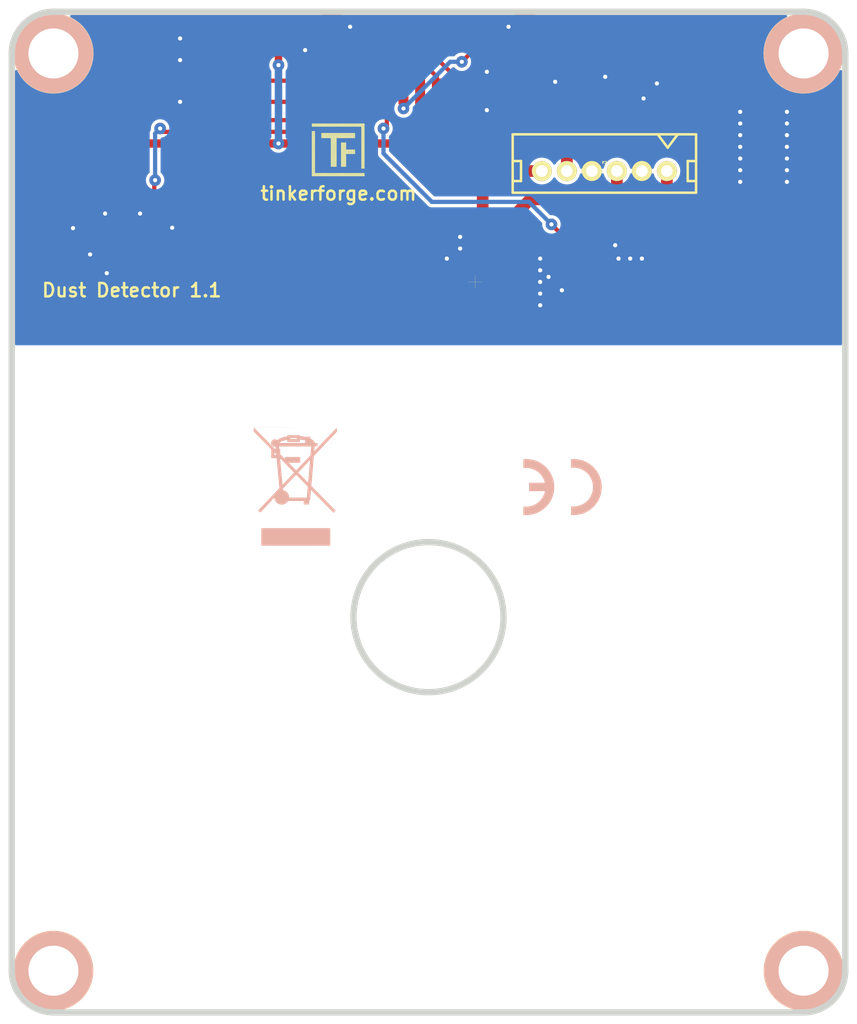
<source format=kicad_pcb>
(kicad_pcb (version 20221018) (generator pcbnew)
  (title_block (title "Dust Detector Bricklet") (date "2016-03-04") (rev "1.1") (company "Tinkerforfge GmbH") (comment 1 "Licensed under CERN OHL v.1.1") (comment 2 "Copyright (©) 2016, B.Nordmeyer <bastian@tinkerforge.com>"))
  (layers (0 "F.Cu" signal) (31 "B.Cu" signal) (34 "B.Paste" user) (35 "F.Paste" user) (36 "B.SilkS" user "B.Silkscreen") (37 "F.SilkS" user "F.Silkscreen") (38 "B.Mask" user) (39 "F.Mask" user) (44 "Edge.Cuts" user))
  (net 0 "")
  (net 1 "+5V")
  (net 2 "3V3")
  (net 3 "EN")
  (net 4 "GND")
  (net 5 "Net-(L1-Pad2)")
  (net 6 "Net-(P1-Pad4)")
  (net 7 "Net-(P1-Pad5)")
  (net 8 "Net-(P1-Pad6)")
  (net 9 "Net-(P1-Pad7)")
  (net 10 "Net-(R2-Pad1)")
  (net 11 "Net-(C6-Pad2)")
  (net 12 "Net-(C8-Pad2)")
  (net 13 "Net-(P1-Pad8)")
  (net 14 "Net-(R3-Pad2)")
  (net 15 "Net-(P2-Pad3)")
  (net 16 "Net-(P2-Pad5)")
  (net 17 "Net-(P1-Pad1)")
  (net 18 "Net-(P1-Pad10)")
  (net 19 "Net-(U1-Pad7)")
  (footprint "kicad-libraries:3528-21" (layer "F.Cu") (at 148.1 79.3)
    (fp_text reference "C7")
    (fp_text value "100µF")
    (pad "1" smd rect (at -1.40048 0) (size 1.59954 2.79908) (layers "F.Cu" "F.Paste" "F.Mask") (net 11 "Net-(C6-Pad2)") (clearance 0.14986))
    (pad "2" smd rect (at 1.40048 0) (size 1.59954 2.79908) (layers "F.Cu" "F.Paste" "F.Mask") (net 4 "GND") (clearance 0.14986))
  )
  (footprint "kicad-libraries:ELKO_63" (layer "F.Cu") (at 163.95 74.15 -90)
    (fp_text reference "C9")
    (fp_text value "220µF/35V")
    (pad "1" smd rect (at 2.7 0 270) (size 3.5 1.6) (layers "F.Cu" "F.Paste" "F.Mask") (net 12 "Net-(C8-Pad2)"))
    (pad "2" smd rect (at -2.7 0 270) (size 3.5 1.6) (layers "F.Cu" "F.Paste" "F.Mask") (net 4 "GND"))
  )
  (footprint "kicad-libraries:CON-SENSOR" (layer "F.Cu") (at 143.9 63.1 180)
    (fp_text reference "P1")
    (fp_text value "CON-SENSOR")
    (pad "1" smd rect (at -4.50088 -4.7752 180) (size 0.59944 1.5494) (layers "F.Cu" "F.Paste" "F.Mask") (net 17 "Net-(P1-Pad1)"))
    (pad "2" smd rect (at -3.50012 -4.7752 180) (size 0.59944 1.5494) (layers "F.Cu" "F.Paste" "F.Mask") (net 4 "GND"))
    (pad "3" smd rect (at -2.49936 -4.7752 180) (size 0.59944 1.5494) (layers "F.Cu" "F.Paste" "F.Mask") (net 2 "3V3"))
    (pad "4" smd rect (at -1.50114 -4.7752 180) (size 0.59944 1.5494) (layers "F.Cu" "F.Paste" "F.Mask") (net 6 "Net-(P1-Pad4)"))
    (pad "5" smd rect (at -0.50038 -4.7752 180) (size 0.59944 1.5494) (layers "F.Cu" "F.Paste" "F.Mask") (net 7 "Net-(P1-Pad5)"))
    (pad "6" smd rect (at 0.50038 -4.7752 180) (size 0.59944 1.5494) (layers "F.Cu" "F.Paste" "F.Mask") (net 8 "Net-(P1-Pad6)"))
    (pad "7" smd rect (at 1.50114 -4.7752 180) (size 0.59944 1.5494) (layers "F.Cu" "F.Paste" "F.Mask") (net 9 "Net-(P1-Pad7)"))
    (pad "8" smd rect (at 2.49936 -4.7752 180) (size 0.59944 1.5494) (layers "F.Cu" "F.Paste" "F.Mask") (net 13 "Net-(P1-Pad8)"))
    (pad "9" smd rect (at 3.50012 -4.7752 180) (size 0.59944 1.5494) (layers "F.Cu" "F.Paste" "F.Mask") (net 3 "EN"))
    (pad "10" smd rect (at 4.50088 -4.7752 180) (size 0.59944 1.5494) (layers "F.Cu" "F.Paste" "F.Mask") (net 18 "Net-(P1-Pad10)"))
    (pad "EP" smd rect (at -5.79882 -0.89916 180) (size 1.19888 1.80086) (layers "F.Cu" "F.Paste" "F.Mask") (net 4 "GND"))
    (pad "EP" smd rect (at 5.79882 -0.89916 180) (size 1.19888 1.80086) (layers "F.Cu" "F.Paste" "F.Mask") (net 4 "GND"))
  )
  (footprint "kicad-libraries:B6B-ZR" (layer "F.Cu") (at 154.45 72.65 180)
    (fp_text reference "P2" (at 0 0.5 180) (layer "F.SilkS") (effects (font (size 0.15 0.15) (thickness 0.0375))))
    (fp_text value "CONN_6")
    (pad "1" thru_hole circle (at -3.75 0 180) (size 1.2 1.2) (drill 0.7) (layers "*.Cu" "*.Mask" "F.SilkS") (net 12 "Net-(C8-Pad2)"))
    (pad "2" thru_hole circle (at -2.25 0 180) (size 1.2 1.2) (drill 0.7) (layers "*.Cu" "*.Mask" "F.SilkS") (net 4 "GND"))
    (pad "3" thru_hole circle (at -0.75 0 180) (size 1.2 1.2) (drill 0.7) (layers "*.Cu" "*.Mask" "F.SilkS") (net 15 "Net-(P2-Pad3)"))
    (pad "4" thru_hole circle (at 0.75 0 180) (size 1.2 1.2) (drill 0.7) (layers "*.Cu" "*.Mask" "F.SilkS") (net 4 "GND"))
    (pad "5" thru_hole circle (at 2.25 0 180) (size 1.2 1.2) (drill 0.7) (layers "*.Cu" "*.Mask" "F.SilkS") (net 16 "Net-(P2-Pad5)"))
    (pad "6" thru_hole circle (at 3.75 0 180) (size 1.2 1.2) (drill 0.7) (layers "*.Cu" "*.Mask" "F.SilkS") (net 11 "Net-(C6-Pad2)"))
  )
  (footprint "kicad-libraries:SOT23GDS" (layer "F.Cu") (at 152.9 78.1 90)
    (fp_text reference "Q1")
    (fp_text value "2N7002P")
    (pad "D" smd rect (at 0 1.016 90) (size 0.9144 0.9144) (layers "F.Cu" "F.Paste" "F.Mask") (net 15 "Net-(P2-Pad3)"))
    (pad "G" smd rect (at 0.889 -1.016 90) (size 0.9144 0.9144) (layers "F.Cu" "F.Paste" "F.Mask") (net 13 "Net-(P1-Pad8)"))
    (pad "S" smd rect (at -0.889 -1.016 90) (size 0.9144 0.9144) (layers "F.Cu" "F.Paste" "F.Mask") (net 4 "GND"))
  )
  (footprint "kicad-libraries:SOIC8" (layer "F.Cu") (at 130.5 66.6 -90)
    (fp_text reference "U1")
    (fp_text value "M24C64")
    (pad "1" smd rect (at -1.90246 2.69748 90) (size 0.59944 1.5494) (layers "F.Cu" "F.Paste" "F.Mask") (net 4 "GND"))
    (pad "2" smd rect (at -0.63246 2.69748 90) (size 0.59944 1.5494) (layers "F.Cu" "F.Paste" "F.Mask") (net 4 "GND"))
    (pad "3" smd rect (at 0.63246 2.69748 90) (size 0.59944 1.5494) (layers "F.Cu" "F.Paste" "F.Mask") (net 8 "Net-(P1-Pad6)"))
    (pad "4" smd rect (at 1.90246 2.69748 90) (size 0.59944 1.5494) (layers "F.Cu" "F.Paste" "F.Mask") (net 4 "GND"))
    (pad "5" smd rect (at 1.90246 -2.69748 270) (size 0.59944 1.5494) (layers "F.Cu" "F.Paste" "F.Mask") (net 7 "Net-(P1-Pad5)"))
    (pad "6" smd rect (at 0.63246 -2.69748 270) (size 0.59944 1.5494) (layers "F.Cu" "F.Paste" "F.Mask") (net 6 "Net-(P1-Pad4)"))
    (pad "7" smd rect (at -0.63246 -2.69748 270) (size 0.59944 1.5494) (layers "F.Cu" "F.Paste" "F.Mask") (net 19 "Net-(U1-Pad7)"))
    (pad "8" smd rect (at -1.90246 -2.69748 270) (size 0.59944 1.5494) (layers "F.Cu" "F.Paste" "F.Mask") (net 2 "3V3"))
  )
  (footprint "kicad-libraries:UMLP_22" (layer "F.Cu") (at 125.55 75.2 180)
    (fp_text reference "U2")
    (fp_text value "FAN4860")
    (pad "1" smd rect (at 0.65 -1.05 180) (size 0.25 0.8) (layers "F.Cu" "F.Paste" "F.Mask") (net 4 "GND"))
    (pad "2" smd rect (at 0 -1.05 180) (size 0.25 0.8) (layers "F.Cu" "F.Paste" "F.Mask") (net 1 "+5V"))
    (pad "3" smd rect (at -0.65 -1.05 180) (size 0.25 0.8) (layers "F.Cu" "F.Paste" "F.Mask") (net 1 "+5V"))
    (pad "4" smd rect (at -0.65 1.05 180) (size 0.25 0.8) (layers "F.Cu" "F.Paste" "F.Mask") (net 3 "EN"))
    (pad "5" smd rect (at 0 1.05 180) (size 0.25 0.8) (layers "F.Cu" "F.Paste" "F.Mask") (net 5 "Net-(L1-Pad2)"))
    (pad "6" smd rect (at 0.65 1.05 180) (size 0.25 0.8) (layers "F.Cu" "F.Paste" "F.Mask") (net 2 "3V3"))
    (pad "EP" smd rect (at 0 0 180) (size 1.45 0.8) (layers "F.Cu" "F.Paste" "F.Mask") (net 4 "GND"))
  )
  (footprint "kicad-libraries:SOT23-5" (layer "F.Cu") (at 154.5 66.6)
    (fp_text reference "U3")
    (fp_text value "TLV271")
    (pad "1" smd rect (at -0.94996 1.19888) (size 0.50038 0.8001) (layers "F.Cu" "F.Paste" "F.Mask") (net 9 "Net-(P1-Pad7)"))
    (pad "2" smd rect (at 0 1.19888) (size 0.50038 0.8001) (layers "F.Cu" "F.Paste" "F.Mask") (net 4 "GND"))
    (pad "3" smd rect (at 0.94996 1.19888) (size 0.50038 0.8001) (layers "F.Cu" "F.Paste" "F.Mask") (net 14 "Net-(R3-Pad2)"))
    (pad "4" smd rect (at 0.94996 -1.19888) (size 0.50038 0.8001) (layers "F.Cu" "F.Paste" "F.Mask") (net 10 "Net-(R2-Pad1)"))
    (pad "5" smd rect (at -0.94996 -1.19888) (size 0.50038 0.8001) (layers "F.Cu" "F.Paste" "F.Mask") (net 2 "3V3"))
  )
  (footprint "kicad-libraries:DRILL_NP" (layer "F.Cu") (at 121.4 120.6)
    (fp_text reference "U4" hide)
    (fp_text value "DRILL" hide)
    (pad "" np_thru_hole circle (at 0 0) (size 2.99974 2.99974) (drill 2.99974) (layers "*.Cu" "*.Mask" "F.SilkS") (clearance 0.89916))
  )
  (footprint "kicad-libraries:DRILL_NP" (layer "F.Cu") (at 166.4 65.6)
    (fp_text reference "U5" hide)
    (fp_text value "DRILL" hide)
    (pad "" np_thru_hole circle (at 0 0) (size 2.99974 2.99974) (drill 2.99974) (layers "*.Cu" "*.Mask" "F.SilkS") (clearance 0.89916))
  )
  (footprint "kicad-libraries:DRILL_NP" (layer "F.Cu") (at 166.4 120.6)
    (fp_text reference "U7" hide)
    (fp_text value "DRILL" hide)
    (pad "" np_thru_hole circle (at 0 0) (size 2.99974 2.99974) (drill 2.99974) (layers "*.Cu" "*.Mask" "F.SilkS") (clearance 0.89916))
  )
  (footprint "kicad-libraries:DRILL_NP" (layer "F.Cu") (at 121.4 65.6)
    (fp_text reference "U6" hide)
    (fp_text value "DRILL" hide)
    (pad "" np_thru_hole circle (at 0 0) (size 2.99974 2.99974) (drill 2.99974) (layers "*.Cu" "*.Mask" "F.SilkS") (clearance 0.89916))
  )
  (footprint "kicad-libraries:Logo_31x31" (layer "F.Cu") (at 136.9 69.8)
    (fp_text reference "G***" hide)
    (fp_text value "Logo_31x31" hide)
  )
  (footprint "kicad-libraries:Fiducial_Mark" (layer "F.Cu") (at 121.4 77.6)
    (fp_text reference "Fiducial_Mark" hide)
    (fp_text value "VAL**" hide)
    (pad "1" smd circle (at 0 0) (size 1.00076 1.00076) (layers "F.Cu" "F.Paste" "F.Mask") (clearance 0.65024))
  )
  (footprint "kicad-libraries:Fiducial_Mark" (layer "F.Cu") (at 161.4 65.6)
    (fp_text reference "Fiducial_Mark" hide)
    (fp_text value "VAL**" hide)
    (pad "1" smd circle (at 0 0) (size 1.00076 1.00076) (layers "F.Cu" "F.Paste" "F.Mask") (clearance 0.65024))
  )
  (footprint "kicad-libraries:C0603E" (layer "F.Cu") (at 123.425 75.225 -90)
    (fp_text reference "C1")
    (fp_text value "2.2µF")
    (pad "1" smd rect (at -0.8501 0 270) (size 1.1 1) (layers "F.Cu" "F.Paste" "F.Mask") (net 2 "3V3"))
    (pad "2" smd rect (at 0.8501 0 270) (size 1.1 1) (layers "F.Cu" "F.Paste" "F.Mask") (net 4 "GND"))
  )
  (footprint "kicad-libraries:C0603E" (layer "F.Cu") (at 135.7 64.7 180)
    (fp_text reference "C2")
    (fp_text value "100nF")
    (pad "1" smd rect (at -0.8501 0 180) (size 1.1 1) (layers "F.Cu" "F.Paste" "F.Mask") (net 4 "GND"))
    (pad "2" smd rect (at 0.8501 0 180) (size 1.1 1) (layers "F.Cu" "F.Paste" "F.Mask") (net 2 "3V3"))
  )
  (footprint "kicad-libraries:C0805E" (layer "F.Cu") (at 125.55 77.65 180)
    (fp_text reference "C3")
    (fp_text value "4.7µF")
    (pad "1" smd rect (at -0.95 0 180) (size 1.3 1.5) (layers "F.Cu" "F.Paste" "F.Mask") (net 1 "+5V") (clearance 0.14986))
    (pad "2" smd rect (at 0.95 0 180) (size 1.3 1.5) (layers "F.Cu" "F.Paste" "F.Mask") (net 4 "GND") (clearance 0.14986))
  )
  (footprint "kicad-libraries:C0603E" (layer "F.Cu") (at 152.2 66.6 90)
    (fp_text reference "C4")
    (fp_text value "100nF")
    (pad "1" smd rect (at -0.8501 0 90) (size 1.1 1) (layers "F.Cu" "F.Paste" "F.Mask") (net 4 "GND"))
    (pad "2" smd rect (at 0.8501 0 90) (size 1.1 1) (layers "F.Cu" "F.Paste" "F.Mask") (net 2 "3V3"))
  )
  (footprint "kicad-libraries:C0805E" (layer "F.Cu") (at 144 76.9 180)
    (fp_text reference "C5")
    (fp_text value "4.7µF")
    (pad "1" smd rect (at -0.95 0 180) (size 1.3 1.5) (layers "F.Cu" "F.Paste" "F.Mask") (net 4 "GND") (clearance 0.14986))
    (pad "2" smd rect (at 0.95 0 180) (size 1.3 1.5) (layers "F.Cu" "F.Paste" "F.Mask") (net 1 "+5V") (clearance 0.14986))
  )
  (footprint "kicad-libraries:C0805E" (layer "F.Cu") (at 148.1 76.9 180)
    (fp_text reference "C6")
    (fp_text value "4.7µF")
    (pad "1" smd rect (at -0.95 0 180) (size 1.3 1.5) (layers "F.Cu" "F.Paste" "F.Mask") (net 4 "GND") (clearance 0.14986))
    (pad "2" smd rect (at 0.95 0 180) (size 1.3 1.5) (layers "F.Cu" "F.Paste" "F.Mask") (net 11 "Net-(C6-Pad2)") (clearance 0.14986))
  )
  (footprint "kicad-libraries:C0805E" (layer "F.Cu") (at 157 76.9)
    (fp_text reference "C8")
    (fp_text value "DNP")
    (pad "1" smd rect (at -0.95 0) (size 1.3 1.5) (layers "F.Cu" "F.Paste" "F.Mask") (net 4 "GND") (clearance 0.14986))
    (pad "2" smd rect (at 0.95 0) (size 1.3 1.5) (layers "F.Cu" "F.Paste" "F.Mask") (net 12 "Net-(C8-Pad2)") (clearance 0.14986))
  )
  (footprint "kicad-libraries:C0805E" (layer "F.Cu") (at 125.2 72.5)
    (fp_text reference "L1")
    (fp_text value "1µH")
    (pad "1" smd rect (at -0.95 0) (size 1.3 1.5) (layers "F.Cu" "F.Paste" "F.Mask") (net 2 "3V3") (clearance 0.14986))
    (pad "2" smd rect (at 0.95 0) (size 1.3 1.5) (layers "F.Cu" "F.Paste" "F.Mask") (net 5 "Net-(L1-Pad2)") (clearance 0.14986))
  )
  (footprint "kicad-libraries:C0603E" (layer "F.Cu") (at 143.8 79.3 180)
    (fp_text reference "L2")
    (fp_text value "INDUCT")
    (pad "1" smd rect (at -0.8501 0 180) (size 1.1 1) (layers "F.Cu" "F.Paste" "F.Mask") (net 11 "Net-(C6-Pad2)"))
    (pad "2" smd rect (at 0.8501 0 180) (size 1.1 1) (layers "F.Cu" "F.Paste" "F.Mask") (net 1 "+5V"))
  )
  (footprint "kicad-libraries:R0603E" (layer "F.Cu") (at 127.675 75.2 -90)
    (fp_text reference "R1")
    (fp_text value "10k")
    (pad "1" smd rect (at -0.8501 0 270) (size 1.1 1) (layers "F.Cu" "F.Paste" "F.Mask") (net 3 "EN"))
    (pad "2" smd rect (at 0.8501 0 270) (size 1.1 1) (layers "F.Cu" "F.Paste" "F.Mask") (net 4 "GND"))
  )
  (footprint "kicad-libraries:R0603E" (layer "F.Cu") (at 154.5 64.1 180)
    (fp_text reference "R2")
    (fp_text value "10k")
    (pad "1" smd rect (at -0.8501 0 180) (size 1.1 1) (layers "F.Cu" "F.Paste" "F.Mask") (net 10 "Net-(R2-Pad1)"))
    (pad "2" smd rect (at 0.8501 0 180) (size 1.1 1) (layers "F.Cu" "F.Paste" "F.Mask") (net 9 "Net-(P1-Pad7)"))
  )
  (footprint "kicad-libraries:R0603E" (layer "F.Cu") (at 156 69.1 180)
    (fp_text reference "R3")
    (fp_text value "10k")
    (pad "1" smd rect (at -0.8501 0 180) (size 1.1 1) (layers "F.Cu" "F.Paste" "F.Mask") (net 4 "GND"))
    (pad "2" smd rect (at 0.8501 0 180) (size 1.1 1) (layers "F.Cu" "F.Paste" "F.Mask") (net 14 "Net-(R3-Pad2)"))
  )
  (footprint "kicad-libraries:R0603E" (layer "F.Cu") (at 156.8 66.6 90)
    (fp_text reference "R4")
    (fp_text value "12k")
    (pad "1" smd rect (at -0.8501 0 90) (size 1.1 1) (layers "F.Cu" "F.Paste" "F.Mask") (net 4 "GND"))
    (pad "2" smd rect (at 0.8501 0 90) (size 1.1 1) (layers "F.Cu" "F.Paste" "F.Mask") (net 10 "Net-(R2-Pad1)"))
  )
  (footprint "kicad-libraries:R0603E" (layer "F.Cu") (at 153.1 69.1)
    (fp_text reference "R5")
    (fp_text value "12k")
    (pad "1" smd rect (at -0.8501 0) (size 1.1 1) (layers "F.Cu" "F.Paste" "F.Mask") (net 16 "Net-(P2-Pad5)"))
    (pad "2" smd rect (at 0.8501 0) (size 1.1 1) (layers "F.Cu" "F.Paste" "F.Mask") (net 14 "Net-(R3-Pad2)"))
  )
  (footprint "kicad-libraries:R0805E" (layer "F.Cu") (at 157 79.7 180)
    (fp_text reference "R6")
    (fp_text value "150")
    (pad "1" smd rect (at -0.95 0 180) (size 1.3 1.5) (layers "F.Cu" "F.Paste" "F.Mask") (net 12 "Net-(C8-Pad2)") (clearance 0.14986))
    (pad "2" smd rect (at 0.95 0 180) (size 1.3 1.5) (layers "F.Cu" "F.Paste" "F.Mask") (net 1 "+5V") (clearance 0.14986))
  )
  (footprint "kicad-libraries:GP2Y1010AU0F" (layer "F.Cu") (at 144 99.9)
    (fp_text reference "REF**")
    (fp_text value "GP2Y1010AU0F")
  )
  (footprint "kicad-libraries:WEEE_7mm_back" (layer "B.Cu") (at 135.9 91.6)
    (fp_text reference "VAL" hide)
    (fp_text value "WEEE_7mm_back" hide)
  )
  (footprint "kicad-libraries:CE_5mm" (layer "B.Cu") (at 151.9 91.6 180)
    (fp_text reference "VAL" hide)
    (fp_text value "CE_5mm" hide)
  )
  (gr_arc (start 118.9 65.6) (mid 119.632233 63.832233) (end 121.4 63.1) (stroke (width 0.381)) (layer "Edge.Cuts"))
  (gr_line (start 121.4 63.1) (end 166.4 63.1) (stroke (width 0.381)) (layer "Edge.Cuts"))
  (gr_arc (start 166.4 63.1) (mid 168.167767 63.832233) (end 168.9 65.6) (stroke (width 0.381)) (layer "Edge.Cuts"))
  (gr_line (start 168.9 65.6) (end 168.9 120.6) (stroke (width 0.381)) (layer "Edge.Cuts"))
  (gr_line (start 118.9 65.6) (end 118.9 120.6) (stroke (width 0.381)) (layer "Edge.Cuts"))
  (gr_arc (start 121.4 123.1) (mid 119.632233 122.367767) (end 118.9 120.6) (stroke (width 0.381)) (layer "Edge.Cuts"))
  (gr_arc (start 168.9 120.6) (mid 168.167767 122.367767) (end 166.4 123.1) (stroke (width 0.381)) (layer "Edge.Cuts"))
  (gr_circle (center 143.9 99.4) (end 148.4 99.4) (stroke (width 0.381)) (fill none) (layer "Edge.Cuts"))
  (gr_line (start 166.4 123.1) (end 121.4 123.1) (stroke (width 0.381)) (layer "Edge.Cuts"))
  (gr_text "tinkerforge.com" (at 138.5 74) (layer "F.SilkS") (effects (font (size 0.8 0.8))))
  (gr_text "Dust Detector 1.1" (at 126.1 79.8) (layer "F.SilkS") (effects (font (size 0.8 0.8))))
  (segment (start 142.9999 76.90066) (end 142.99924 76.9) (width 1) (layer "F.Cu") (net 1))
  (segment (start 131.8 76.9) (end 131.05 77.65) (width 1) (layer "F.Cu") (net 1))
  (segment (start 131.05 77.65) (end 126.3501 77.65) (width 1) (layer "F.Cu") (net 1))
  (segment (start 154.8 79.7) (end 152.4 82.1) (width 1) (layer "F.Cu") (net 1))
  (segment (start 152.4 82.1) (end 142.9 82.1) (width 1) (layer "F.Cu") (net 1))
  (segment (start 142.9 82.1) (end 137.7 76.9) (width 1) (layer "F.Cu") (net 1))
  (segment (start 137.7 76.9) (end 137.8 76.9) (width 1) (layer "F.Cu") (net 1))
  (segment (start 137.8 76.9) (end 131.8 76.9) (width 1) (layer "F.Cu") (net 1))
  (segment (start 126.2 77.4999) (end 126.3501 77.65) (width 0.5) (layer "F.Cu") (net 1))
  (segment (start 125.55 76.7) (end 126.5 77.65) (width 0.254) (layer "F.Cu") (net 1))
  (segment (start 126.2 76.25) (end 126.2 77.4999) (width 0.254) (layer "F.Cu") (net 1))
  (segment (start 142.99924 76.9) (end 137.8 76.9) (width 1) (layer "F.Cu") (net 1))
  (segment (start 125.55 76.25) (end 125.55 76.7) (width 0.254) (layer "F.Cu") (net 1))
  (segment (start 155.99924 79.7) (end 154.8 79.7) (width 1) (layer "F.Cu") (net 1))
  (segment (start 142.9999 79.3) (end 142.9999 76.90066) (width 1) (layer "F.Cu") (net 1))
  (segment (start 124.9 73.8) (end 124.19924 73.09924) (width 0.254) (layer "F.Cu") (net 2))
  (segment (start 124.19924 73.09924) (end 124.19924 72.5) (width 0.5) (layer "F.Cu") (net 2))
  (segment (start 146.39936 68.80064) (end 145.8 69.4) (width 0.5) (layer "F.Cu") (net 2))
  (segment (start 145.8 69.4) (end 143.4 69.4) (width 0.5) (layer "F.Cu") (net 2))
  (segment (start 143.4 69.4) (end 141.8 71) (width 0.5) (layer "F.Cu") (net 2))
  (segment (start 141.8 71) (end 134.9 71) (width 0.5) (layer "F.Cu") (net 2))
  (segment (start 123.1 71) (end 122.1 72) (width 0.5) (layer "F.Cu") (net 2))
  (segment (start 123.9499 74.15) (end 123.425 74.6749) (width 0.45) (layer "F.Cu") (net 2))
  (segment (start 134.9 71) (end 123.1 71) (width 0.5) (layer "F.Cu") (net 2))
  (segment (start 134.9 66.3) (end 134.8999 66.2999) (width 0.45) (layer "F.Cu") (net 2))
  (segment (start 134.8999 64.7) (end 134.8999 66.2999) (width 0.45) (layer "F.Cu") (net 2))
  (segment (start 133.19994 64.7) (end 133.19748 64.69754) (width 0.45) (layer "F.Cu") (net 2))
  (segment (start 153.19888 65.40112) (end 152.8001 65.7999) (width 0.45) (layer "F.Cu") (net 2))
  (segment (start 152.8001 65.7999) (end 152.2 65.7999) (width 0.45) (layer "F.Cu") (net 2))
  (segment (start 146.39936 66.70064) (end 146.683253 66.416747) (width 0.45) (layer "F.Cu") (net 2))
  (segment (start 146.683253 66.416747) (end 146.683253 66.158749) (width 0.45) (layer "F.Cu") (net 2))
  (segment (start 146.683253 66.158749) (end 146.942002 65.9) (width 0.45) (layer "F.Cu") (net 2))
  (segment (start 151.9999 66) (end 152.2 65.7999) (width 0.45) (layer "F.Cu") (net 2))
  (segment (start 122.1 73.8) (end 122.6749 74.3749) (width 0.5) (layer "F.Cu") (net 2))
  (segment (start 122.6749 74.3749) (end 123.425 74.3749) (width 0.5) (layer "F.Cu") (net 2))
  (segment (start 152.0499 65.9) (end 152.2 65.7499) (width 0.5) (layer "F.Cu") (net 2))
  (segment (start 152.0499 65.9) (end 146.942002 65.9) (width 0.5) (layer "F.Cu") (net 2))
  (segment (start 153.55004 65.40112) (end 153.19888 65.40112) (width 0.45) (layer "F.Cu") (net 2))
  (segment (start 122.1 72) (end 122.1 73.8) (width 0.5) (layer "F.Cu") (net 2))
  (segment (start 134.8999 64.7) (end 133.19994 64.7) (width 0.45) (layer "F.Cu") (net 2))
  (segment (start 124.9 74.15) (end 124.9 73.8) (width 0.254) (layer "F.Cu") (net 2))
  (segment (start 146.39936 67.8752) (end 146.39936 68.80064) (width 0.5) (layer "F.Cu") (net 2))
  (segment (start 124.9 74.15) (end 123.9499 74.15) (width 0.254) (layer "F.Cu") (net 2))
  (segment (start 146.39936 66.70064) (end 146.39936 67.8752) (width 0.45) (layer "F.Cu") (net 2))
  (via (at 134.9 66.3) (size 0.7) (drill 0.25) (layers "F.Cu" "B.Cu") (net 2))
  (via (at 134.9 71) (size 0.7) (drill 0.25) (layers "F.Cu" "B.Cu") (net 2))
  (segment (start 134.9 66.3) (end 134.9 71) (width 0.45) (layer "B.Cu") (net 2))
  (segment (start 140.39988 69.00012) (end 139.1 70.3) (width 0.254) (layer "F.Cu") (net 3))
  (segment (start 139.1 70.3) (end 128 70.3) (width 0.254) (layer "F.Cu") (net 3))
  (segment (start 128 70.3) (end 127.8 70.1) (width 0.254) (layer "F.Cu") (net 3))
  (segment (start 127.5 73.2) (end 127.45 73.25) (width 0.254) (layer "F.Cu") (net 3))
  (segment (start 127.45 73.25) (end 127.45 74.3999) (width 0.254) (layer "F.Cu") (net 3))
  (segment (start 127.4751 74.15) (end 127.675 74.3499) (width 0.254) (layer "F.Cu") (net 3))
  (segment (start 126.2 74.15) (end 127.4751 74.15) (width 0.254) (layer "F.Cu") (net 3))
  (segment (start 140.39988 67.8752) (end 140.39988 69.00012) (width 0.254) (layer "F.Cu") (net 3))
  (via (at 127.8 70.1) (size 0.7) (drill 0.25) (layers "F.Cu" "B.Cu") (net 3))
  (via (at 127.5 73.2) (size 0.7) (drill 0.25) (layers "F.Cu" "B.Cu") (net 3))
  (segment (start 127.8 70.1) (end 127.5 70.4) (width 0.254) (layer "B.Cu") (net 3))
  (segment (start 127.5 70.4) (end 127.5 73.2) (width 0.254) (layer "B.Cu") (net 3))
  (segment (start 124.9 75.85) (end 125.55 75.2) (width 0.254) (layer "F.Cu") (net 4))
  (segment (start 147.40012 68.99988) (end 147.4 69) (width 0.7) (layer "F.Cu") (net 4))
  (segment (start 147.40012 66.70012) (end 147.4 66.7) (width 0.7) (layer "F.Cu") (net 4))
  (segment (start 156.8001 68.3001) (end 156.8 68.3) (width 0.45) (layer "F.Cu") (net 4))
  (segment (start 151.111 78.989) (end 151.1 79) (width 0.5) (layer "F.Cu") (net 4))
  (segment (start 151.5001 67.4001) (end 151.5 67.4) (width 0.5) (layer "F.Cu") (net 4))
  (segment (start 157.5999 67.4001) (end 157.6 67.4) (width 0.5) (layer "F.Cu") (net 4))
  (segment (start 148.70084 63.99916) (end 148.7 64) (width 0.254) (layer "F.Cu") (net 4))
  (segment (start 139.19916 63.99916) (end 139.2 64) (width 0.254) (layer "F.Cu") (net 4))
  (segment (start 128.99754 64.69754) (end 129 64.7) (width 0.254) (layer "F.Cu") (net 4))
  (segment (start 128.96754 65.96754) (end 129 66) (width 0.254) (layer "F.Cu") (net 4))
  (segment (start 128.99754 68.50246) (end 129 68.5) (width 0.254) (layer "F.Cu") (net 4))
  (segment (start 136.5001 65.3999) (end 136.5 65.4) (width 0.5) (layer "F.Cu") (net 4))
  (segment (start 149.9 79.3) (end 150.6 80) (width 0.7) (layer "F.Cu") (net 4))
  (segment (start 149.50048 79.60048) (end 150.6 80.7) (width 0.7) (layer "F.Cu") (net 4))
  (segment (start 149.9 79.3) (end 150.6 78.6) (width 0.7) (layer "F.Cu") (net 4))
  (segment (start 149.50048 78.99952) (end 150.6 77.9) (width 0.7) (layer "F.Cu") (net 4))
  (segment (start 149.50048 77.29972) (end 149.10076 76.9) (width 1) (layer "F.Cu") (net 4))
  (segment (start 145.00076 77.89924) (end 145 77.9) (width 0.7) (layer "F.Cu") (net 4))
  (segment (start 145.5 76.9) (end 145.8 76.6) (width 0.7) (layer "F.Cu") (net 4))
  (segment (start 145.4 76.9) (end 145.8 77.3) (width 0.7) (layer "F.Cu") (net 4))
  (segment (start 151.884 79.784) (end 151.9 79.8) (width 0.7) (layer "F.Cu") (net 4))
  (segment (start 155.99924 77.89924) (end 156 77.9) (width 0.7) (layer "F.Cu") (net 4))
  (segment (start 155.99924 77.19924) (end 156.7 77.9) (width 0.7) (layer "F.Cu") (net 4))
  (segment (start 155.99924 77.20076) (end 155.3 77.9) (width 0.7) (layer "F.Cu") (net 4))
  (segment (start 155.3 76.9) (end 155.1 77.1) (width 0.7) (layer "F.Cu") (net 4))
  (segment (start 162.60012 71.19988) (end 162.6 71.2) (width 0.7) (layer "F.Cu") (net 4))
  (segment (start 163.30012 71.19988) (end 162.6 71.9) (width 0.7) (layer "F.Cu") (net 4))
  (segment (start 164 71.2) (end 162.6 72.6) (width 0.7) (layer "F.Cu") (net 4))
  (segment (start 165.39988 71.19988) (end 165.4 71.2) (width 0.7) (layer "F.Cu") (net 4))
  (segment (start 164.69988 71.19988) (end 165.4 71.9) (width 0.7) (layer "F.Cu") (net 4))
  (segment (start 164 71.2) (end 165.4 72.6) (width 0.7) (layer "F.Cu") (net 4))
  (segment (start 164.70012 71.19988) (end 165.4 70.5) (width 0.7) (layer "F.Cu") (net 4))
  (segment (start 164.00012 71.19988) (end 165.4 69.8) (width 0.7) (layer "F.Cu") (net 4))
  (segment (start 163.29988 71.19988) (end 162.6 70.5) (width 0.7) (layer "F.Cu") (net 4))
  (segment (start 163.99988 71.19988) (end 162.6 69.8) (width 0.7) (layer "F.Cu") (net 4))
  (segment (start 164 70.5) (end 162.6 69.1) (width 0.7) (layer "F.Cu") (net 4))
  (segment (start 164 70.5) (end 165.4 69.1) (width 0.7) (layer "F.Cu") (net 4))
  (segment (start 164 71.9) (end 165.4 73.3) (width 0.7) (layer "F.Cu") (net 4))
  (segment (start 164 71.9) (end 162.6 73.3) (width 0.7) (layer "F.Cu") (net 4))
  (segment (start 149.10076 76.19924) (end 149.10076 76.9) (width 0.7) (layer "F.Cu") (net 4))
  (segment (start 124.9 77.35) (end 124.6 77.65) (width 0.254) (layer "F.Cu") (net 4))
  (segment (start 128.5249 76.0501) (end 128.525 76.05) (width 0.7) (layer "F.Cu") (net 4))
  (segment (start 122.5751 76.0751) (end 122.575 76.075) (width 0.7) (layer "F.Cu") (net 4))
  (segment (start 153.7 73.275) (end 152.625 74.35) (width 0.7) (layer "F.Cu") (net 4))
  (segment (start 152.625 74.35) (end 150 74.35) (width 0.7) (layer "F.Cu") (net 4))
  (segment (start 150 74.35) (end 149.10076 75.24924) (width 0.7) (layer "F.Cu") (net 4))
  (segment (start 149.10076 75.24924) (end 149.10076 76.19924) (width 0.7) (layer "F.Cu") (net 4))
  (segment (start 149.10076 76.19924) (end 149.05 76.9) (width 0.7) (layer "F.Cu") (net 4))
  (segment (start 156.05 75.1) (end 156.7 74.45) (width 0.7) (layer "F.Cu") (net 4))
  (segment (start 156.7 74.45) (end 156.7 72.65) (width 0.7) (layer "F.Cu") (net 4))
  (segment (start 164 71.19988) (end 163.99988 71.19988) (width 0.7) (layer "F.Cu") (net 4))
  (segment (start 124.9 76.25) (end 124.9 76.6) (width 0.254) (layer "F.Cu") (net 4))
  (segment (start 138.10118 63.99916) (end 139.19916 63.99916) (width 0.254) (layer "F.Cu") (net 4))
  (segment (start 155.99924 76.9) (end 155.99924 77.20076) (width 0.7) (layer "F.Cu") (net 4))
  (segment (start 149.50048 79.3) (end 150.6 79.3) (width 0.7) (layer "F.Cu") (net 4))
  (segment (start 154.5 67.79888) (end 154.5 67) (width 0.7) (layer "F.Cu") (net 4))
  (segment (start 164 71.19988) (end 164.00012 71.19988) (width 0.7) (layer "F.Cu") (net 4))
  (segment (start 145.00076 76.9) (end 145.5 76.9) (width 0.7) (layer "F.Cu") (net 4))
  (segment (start 136.5001 64.7) (end 136.5001 65.3999) (width 0.5) (layer "F.Cu") (net 4))
  (segment (start 151.884 78.989) (end 151.111 78.989) (width 0.5) (layer "F.Cu") (net 4))
  (segment (start 125.55 75.2) (end 124.5 75.2) (width 0.7) (layer "F.Cu") (net 4))
  (segment (start 147.40012 67.8752) (end 147.40012 68.99988) (width 0.7) (layer "F.Cu") (net 4))
  (segment (start 155.99924 76.9) (end 155.3 76.9) (width 0.7) (layer "F.Cu") (net 4))
  (segment (start 149.69882 63.99916) (end 148.70084 63.99916) (width 0.254) (layer "F.Cu") (net 4))
  (segment (start 124.9 76.25) (end 124.9 75.85) (width 0.254) (layer "F.Cu") (net 4))
  (segment (start 155.99924 76.9) (end 155.99924 77.19924) (width 0.7) (layer "F.Cu") (net 4))
  (segment (start 149.50048 79.3) (end 149.9 79.3) (width 0.7) (layer "F.Cu") (net 4))
  (segment (start 156.05 76.9) (end 156.05 75.1) (width 0.7) (layer "F.Cu") (net 4))
  (segment (start 153.7 72.65) (end 153.7 73.275) (width 0.7) (layer "F.Cu") (net 4))
  (segment (start 164 71.19988) (end 164 71.9) (width 0.7) (layer "F.Cu") (net 4))
  (segment (start 149.50048 79.3) (end 149.50048 77.29972) (width 1) (layer "F.Cu") (net 4))
  (segment (start 156.8 67.4001) (end 157.5999 67.4001) (width 0.5) (layer "F.Cu") (net 4))
  (segment (start 151.884 78.989) (end 151.884 79.784) (width 0.7) (layer "F.Cu") (net 4))
  (segment (start 156.8 68.3) (end 156.8 67.4001) (width 0.45) (layer "F.Cu") (net 4))
  (segment (start 127.675 76.0501) (end 128.5249 76.0501) (width 0.7) (layer "F.Cu") (net 4))
  (segment (start 124.6 77.65) (end 123.6 77.65) (width 0.7) (layer "F.Cu") (net 4))
  (segment (start 147.40012 67.8752) (end 147.40012 66.70012) (width 0.7) (layer "F.Cu") (net 4))
  (segment (start 164 71.19988) (end 165.39988 71.19988) (width 0.7) (layer "F.Cu") (net 4))
  (segment (start 164 71.19988) (end 164.70012 71.19988) (width 0.7) (layer "F.Cu") (net 4))
  (segment (start 123.425 76.0751) (end 122.5751 76.0751) (width 0.7) (layer "F.Cu") (net 4))
  (segment (start 164 71.19988) (end 163.29988 71.19988) (width 0.7) (layer "F.Cu") (net 4))
  (segment (start 124.9 76.25) (end 124.9 77.35) (width 0.254) (layer "F.Cu") (net 4))
  (segment (start 164 71.19988) (end 164 71.2) (width 0.7) (layer "F.Cu") (net 4))
  (segment (start 127.80252 68.50246) (end 128.99754 68.50246) (width 0.254) (layer "F.Cu") (net 4))
  (segment (start 145.00076 76.9) (end 145.4 76.9) (width 0.7) (layer "F.Cu") (net 4))
  (segment (start 164 71.19988) (end 164 70.5) (width 0.7) (layer "F.Cu") (net 4))
  (segment (start 124.6 77.65) (end 124.6 78.775) (width 0.7) (layer "F.Cu") (net 4))
  (segment (start 127.80252 64.69754) (end 128.99754 64.69754) (width 0.254) (layer "F.Cu") (net 4))
  (segment (start 127.80252 65.96754) (end 128.96754 65.96754) (width 0.254) (layer "F.Cu") (net 4))
  (segment (start 164 71.19988) (end 164.69988 71.19988) (width 0.7) (layer "F.Cu") (net 4))
  (segment (start 156.8001 69.1) (end 156.8001 68.3001) (width 0.45) (layer "F.Cu") (net 4))
  (segment (start 152.2 67.4001) (end 151.5001 67.4001) (width 0.5) (layer "F.Cu") (net 4))
  (segment (start 149.50048 79.3) (end 149.50048 78.99952) (width 0.7) (layer "F.Cu") (net 4))
  (segment (start 149.50048 79.3) (end 149.50048 79.60048) (width 0.7) (layer "F.Cu") (net 4))
  (segment (start 164 71.19988) (end 162.60012 71.19988) (width 0.7) (layer "F.Cu") (net 4))
  (segment (start 145.00076 76.9) (end 145.00076 77.89924) (width 0.7) (layer "F.Cu") (net 4))
  (segment (start 155.99924 76.9) (end 155.99924 77.89924) (width 0.7) (layer "F.Cu") (net 4))
  (segment (start 125.55 75.2) (end 126.6 75.2) (width 0.7) (layer "F.Cu") (net 4))
  (segment (start 164 71.19988) (end 163.30012 71.19988) (width 0.7) (layer "F.Cu") (net 4))
  (via (at 156.7 77.9) (size 0.7) (drill 0.25) (layers "F.Cu" "B.Cu") (net 4))
  (via (at 150.6 80.7) (size 0.7) (drill 0.25) (layers "F.Cu" "B.Cu") (net 4))
  (via (at 162.6 70.5) (size 0.7) (drill 0.25) (layers "F.Cu" "B.Cu") (net 4))
  (via (at 157.6 67.4) (size 0.7) (drill 0.25) (layers "F.Cu" "B.Cu") (net 4))
  (via (at 124.6 78.775) (size 0.7) (drill 0.25) (layers "F.Cu" "B.Cu") (net 4))
  (via (at 150.6 78.6) (size 0.7) (drill 0.25) (layers "F.Cu" "B.Cu") (net 4))
  (via (at 165.4 72.6) (size 0.7) (drill 0.25) (layers "F.Cu" "B.Cu") (net 4))
  (via (at 162.6 71.9) (size 0.7) (drill 0.25) (layers "F.Cu" "B.Cu") (net 4))
  (via (at 145.8 77.3) (size 0.7) (drill 0.25) (layers "F.Cu" "B.Cu") (net 4))
  (via (at 156 77.9) (size 0.7) (drill 0.25) (layers "F.Cu" "B.Cu") (net 4))
  (via (at 162.6 73.3) (size 0.7) (drill 0.25) (layers "F.Cu" "B.Cu") (net 4))
  (via (at 151.5 67.3) (size 0.7) (drill 0.25) (layers "F.Cu" "B.Cu") (net 4))
  (via (at 126.6 75.2) (size 0.7) (drill 0.25) (layers "F.Cu" "B.Cu") (net 4))
  (via (at 150.6 79.3) (size 0.7) (drill 0.25) (layers "F.Cu" "B.Cu") (net 4))
  (via (at 128.525 76.05) (size 0.7) (drill 0.25) (layers "F.Cu" "B.Cu") (net 4))
  (via (at 155.3 77.9) (size 0.7) (drill 0.25) (layers "F.Cu" "B.Cu") (net 4))
  (via (at 156.8 68.3) (size 0.7) (drill 0.25) (layers "F.Cu" "B.Cu") (net 4))
  (via (at 122.575 76.075) (size 0.7) (drill 0.25) (layers "F.Cu" "B.Cu") (net 4))
  (via (at 124.5 75.2) (size 0.7) (drill 0.25) (layers "F.Cu" "B.Cu") (net 4))
  (via (at 162.6 71.2) (size 0.7) (drill 0.25) (layers "F.Cu" "B.Cu") (net 4))
  (via (at 150.6 80) (size 0.7) (drill 0.25) (layers "F.Cu" "B.Cu") (net 4))
  (via (at 136.5 65.4) (size 0.7) (drill 0.25) (layers "F.Cu" "B.Cu") (net 4))
  (via (at 129 64.7) (size 0.7) (drill 0.25) (layers "F.Cu" "B.Cu") (net 4))
  (via (at 165.4 70.5) (size 0.7) (drill 0.25) (layers "F.Cu" "B.Cu") (net 4))
  (via (at 139.2 64) (size 0.7) (drill 0.25) (layers "F.Cu" "B.Cu") (net 4))
  (via (at 165.4 69.8) (size 0.7) (drill 0.25) (layers "F.Cu" "B.Cu") (net 4))
  (via (at 162.6 72.6) (size 0.7) (drill 0.25) (layers "F.Cu" "B.Cu") (net 4))
  (via (at 162.6 69.1) (size 0.7) (drill 0.25) (layers "F.Cu" "B.Cu") (net 4))
  (via (at 147.4 66.7) (size 0.7) (drill 0.25) (layers "F.Cu" "B.Cu") (net 4))
  (via (at 154.5 67) (size 0.7) (drill 0.25) (layers "F.Cu" "B.Cu") (net 4))
  (via (at 129 68.5) (size 0.7) (drill 0.25) (layers "F.Cu" "B.Cu") (net 4))
  (via (at 148.7 64) (size 0.7) (drill 0.25) (layers "F.Cu" "B.Cu") (net 4))
  (via (at 162.6 69.8) (size 0.7) (drill 0.25) (layers "F.Cu" "B.Cu") (net 4))
  (via (at 150.6 77.9) (size 0.7) (drill 0.25) (layers "F.Cu" "B.Cu") (net 4))
  (via (at 165.4 73.3) (size 0.7) (drill 0.25) (layers "F.Cu" "B.Cu") (net 4))
  (via (at 165.4 71.9) (size 0.7) (drill 0.25) (layers "F.Cu" "B.Cu") (net 4))
  (via (at 165.4 69.1) (size 0.7) (drill 0.25) (layers "F.Cu" "B.Cu") (net 4))
  (via (at 155.1 77.1) (size 0.7) (drill 0.25) (layers "F.Cu" "B.Cu") (net 4))
  (via (at 129 66) (size 0.7) (drill 0.25) (layers "F.Cu" "B.Cu") (net 4))
  (via (at 151.1 79) (size 0.7) (drill 0.25) (layers "F.Cu" "B.Cu") (net 4))
  (via (at 165.4 71.2) (size 0.7) (drill 0.25) (layers "F.Cu" "B.Cu") (net 4))
  (via (at 145 77.9) (size 0.7) (drill 0.25) (layers "F.Cu" "B.Cu") (net 4))
  (via (at 123.6 77.65) (size 0.7) (drill 0.25) (layers "F.Cu" "B.Cu") (net 4))
  (via (at 147.4 69) (size 0.7) (drill 0.25) (layers "F.Cu" "B.Cu") (net 4))
  (via (at 145.8 76.6) (size 0.7) (drill 0.25) (layers "F.Cu" "B.Cu") (net 4))
  (via (at 151.9 79.8) (size 0.7) (drill 0.25) (layers "F.Cu" "B.Cu") (net 4))
  (segment (start 125.55 73.15076) (end 126.20076 72.5) (width 0.45) (layer "F.Cu") (net 5))
  (segment (start 125.55 74.15) (end 125.55 73.15076) (width 0.254) (layer "F.Cu") (net 5))
  (segment (start 145.40114 66.90114) (end 144 65.5) (width 0.254) (layer "F.Cu") (net 6))
  (segment (start 144 65.5) (end 138.2 65.5) (width 0.254) (layer "F.Cu") (net 6))
  (segment (start 138.2 65.5) (end 136.46754 67.23246) (width 0.254) (layer "F.Cu") (net 6))
  (segment (start 136.46754 67.23246) (end 133.19748 67.23246) (width 0.254) (layer "F.Cu") (net 6))
  (segment (start 145.40114 67.8752) (end 145.40114 66.90114) (width 0.254) (layer "F.Cu") (net 6))
  (segment (start 144.40038 67.00038) (end 143.5 66.1) (width 0.254) (layer "F.Cu") (net 7))
  (segment (start 143.5 66.1) (end 138.6 66.1) (width 0.254) (layer "F.Cu") (net 7))
  (segment (start 138.6 66.1) (end 136.19754 68.50246) (width 0.254) (layer "F.Cu") (net 7))
  (segment (start 136.19754 68.50246) (end 133.19748 68.50246) (width 0.254) (layer "F.Cu") (net 7))
  (segment (start 144.40038 67.8752) (end 144.40038 67.00038) (width 0.254) (layer "F.Cu") (net 7))
  (segment (start 143.39962 66.99962) (end 143.1 66.7) (width 0.254) (layer "F.Cu") (net 8))
  (segment (start 143.1 66.7) (end 138.9 66.7) (width 0.254) (layer "F.Cu") (net 8))
  (segment (start 138.9 66.7) (end 136 69.6) (width 0.254) (layer "F.Cu") (net 8))
  (segment (start 136 69.6) (end 132.1 69.6) (width 0.254) (layer "F.Cu") (net 8))
  (segment (start 132.1 69.6) (end 129.73246 67.23246) (width 0.254) (layer "F.Cu") (net 8))
  (segment (start 129.73246 67.23246) (end 127.80252 67.23246) (width 0.254) (layer "F.Cu") (net 8))
  (segment (start 143.39962 67.8752) (end 143.39962 66.99962) (width 0.254) (layer "F.Cu") (net 8))
  (segment (start 142.39886 68.89886) (end 142.4 68.9) (width 0.254) (layer "F.Cu") (net 9))
  (segment (start 145.9 66.1) (end 146.7 65.3) (width 0.254) (layer "F.Cu") (net 9))
  (segment (start 146.7 65.3) (end 150.4 65.3) (width 0.254) (layer "F.Cu") (net 9))
  (segment (start 150.4 65.3) (end 151.6 64.1) (width 0.254) (layer "F.Cu") (net 9))
  (segment (start 151.6 64.1) (end 153.6999 64.1) (width 0.254) (layer "F.Cu") (net 9))
  (segment (start 153.8 64.1) (end 154.275 64.575) (width 0.45) (layer "F.Cu") (net 9))
  (segment (start 154.275 64.675) (end 154.275 66.125) (width 0.45) (layer "F.Cu") (net 9))
  (segment (start 154.275 66.125) (end 153.55004 66.84996) (width 0.45) (layer "F.Cu") (net 9))
  (segment (start 153.55004 66.84996) (end 153.55004 67.79888) (width 0.45) (layer "F.Cu") (net 9))
  (segment (start 153.6999 64.1) (end 153.8 64.1) (width 0.254) (layer "F.Cu") (net 9))
  (segment (start 142.39886 67.8752) (end 142.39886 68.89886) (width 0.254) (layer "F.Cu") (net 9))
  (via (at 145.9 66.1) (size 0.7) (drill 0.25) (layers "F.Cu" "B.Cu") (net 9))
  (via (at 142.4 68.9) (size 0.7) (drill 0.25) (layers "F.Cu" "B.Cu") (net 9))
  (segment (start 142.4 68.9) (end 145.2 66.1) (width 0.254) (layer "B.Cu") (net 9))
  (segment (start 145.2 66.1) (end 145.9 66.1) (width 0.254) (layer "B.Cu") (net 9))
  (segment (start 155.3001 65.25126) (end 155.44996 65.40112) (width 0.45) (layer "F.Cu") (net 10))
  (segment (start 156.4999 65.7999) (end 156.10112 65.40112) (width 0.45) (layer "F.Cu") (net 10))
  (segment (start 156.10112 65.40112) (end 155.44996 65.40112) (width 0.45) (layer "F.Cu") (net 10))
  (segment (start 156.8 65.7999) (end 156.4999 65.7999) (width 0.45) (layer "F.Cu") (net 10))
  (segment (start 155.3001 64.2) (end 155.3001 65.25126) (width 0.45) (layer "F.Cu") (net 10))
  (segment (start 147.09924 78.90028) (end 146.69952 79.3) (width 1) (layer "F.Cu") (net 11))
  (segment (start 148.425 72.65) (end 147.15 73.925) (width 0.7) (layer "F.Cu") (net 11))
  (segment (start 147.15 73.925) (end 147.15 76.9) (width 0.7) (layer "F.Cu") (net 11))
  (segment (start 147.09924 76.9) (end 147.09924 78.90028) (width 1) (layer "F.Cu") (net 11))
  (segment (start 150.7 72.65) (end 148.425 72.65) (width 0.7) (layer "F.Cu") (net 11))
  (segment (start 146.69952 79.3) (end 144.6001 79.3) (width 1) (layer "F.Cu") (net 11))
  (segment (start 162.50012 79.7) (end 164 78.20012) (width 1) (layer "F.Cu") (net 12))
  (segment (start 163.9 76.9) (end 163.95 76.85) (width 1) (layer "F.Cu") (net 12))
  (segment (start 163.95 78.25012) (end 162.50012 79.7) (width 1) (layer "F.Cu") (net 12))
  (segment (start 158.2 75.1) (end 157.95 75.35) (width 0.7) (layer "F.Cu") (net 12))
  (segment (start 157.95 75.35) (end 157.95 76.9) (width 0.7) (layer "F.Cu") (net 12))
  (segment (start 158.00076 79.7) (end 162.50012 79.7) (width 1) (layer "F.Cu") (net 12))
  (segment (start 158.00076 76.9) (end 163.9 76.9) (width 1) (layer "F.Cu") (net 12))
  (segment (start 163.95 76.85) (end 163.95 78.25012) (width 1) (layer "F.Cu") (net 12))
  (segment (start 158.2 72.65) (end 158.2 75.1) (width 0.7) (layer "F.Cu") (net 12))
  (segment (start 151.9 77.195) (end 151.884 77.211) (width 0.254) (layer "F.Cu") (net 13))
  (segment (start 151.884 76.459) (end 151.275 75.85) (width 0.254) (layer "F.Cu") (net 13))
  (segment (start 141.2 70.1) (end 141.40064 69.89936) (width 0.254) (layer "F.Cu") (net 13))
  (segment (start 141.40064 69.89936) (end 141.40064 67.8752) (width 0.254) (layer "F.Cu") (net 13))
  (segment (start 151.884 77.211) (end 151.884 76.459) (width 0.254) (layer "F.Cu") (net 13))
  (via (at 151.275 75.85) (size 0.7) (drill 0.25) (layers "F.Cu" "B.Cu") (net 13))
  (via (at 141.2 70.1) (size 0.7) (drill 0.25) (layers "F.Cu" "B.Cu") (net 13))
  (segment (start 151.275 75.85) (end 149.925 74.5) (width 0.254) (layer "B.Cu") (net 13))
  (segment (start 149.925 74.5) (end 144.1 74.5) (width 0.254) (layer "B.Cu") (net 13))
  (segment (start 144.1 74.5) (end 141.2 71.6) (width 0.254) (layer "B.Cu") (net 13))
  (segment (start 141.2 71.6) (end 141.2 70.1) (width 0.254) (layer "B.Cu") (net 13))
  (segment (start 155.44996 68.84994) (end 155.1999 69.1) (width 0.45) (layer "F.Cu") (net 14))
  (segment (start 155.44996 67.79888) (end 155.44996 68.84994) (width 0.45) (layer "F.Cu") (net 14))
  (segment (start 153.9001 69.1) (end 155.1999 69.1) (width 0.45) (layer "F.Cu") (net 14))
  (segment (start 155.2 73.85) (end 153.916 75.134) (width 0.7) (layer "F.Cu") (net 15))
  (segment (start 153.916 75.134) (end 153.916 78.1) (width 0.7) (layer "F.Cu") (net 15))
  (segment (start 155.2 72.65) (end 155.2 73.85) (width 0.7) (layer "F.Cu") (net 15))
  (segment (start 152.2 69.1499) (end 152.2499 69.1) (width 0.7) (layer "F.Cu") (net 16))
  (segment (start 152.2 72.65) (end 152.2 69.1499) (width 0.7) (layer "F.Cu") (net 16))
  (zone (net 1) (net_name "+5V") (layer "F.Cu") (connect_pads yes (clearance 0.15)) (min_thickness 0.15) (fill yes (thermal_gap 0.15) (thermal_bridge_width 0.15))
    (polygon (pts (xy 125.425 76.55) (xy 125.425 76.875) (xy 125.9 77.35) (xy 126.3 77.35) (xy 126.3 76.55)))
  )
  (zone (net 2) (net_name "3V3") (layer "F.Cu") (connect_pads yes (clearance 0.15)) (min_thickness 0.15) (fill yes (thermal_gap 0.15) (thermal_bridge_width 0.15))
    (polygon (pts (xy 125 74.525) (xy 123.25 74.525) (xy 123.25 72.3) (xy 123.925 72.3) (xy 125 73.475)))
  )
  (zone (net 4) (net_name "GND") (layer "B.Cu") (connect_pads (clearance 0.2)) (min_thickness 0.15) (fill yes (thermal_gap 0) (thermal_bridge_width 0.2))
    (polygon (pts (xy 118.9 63.1) (xy 168.9 63.1) (xy 168.9 83.1) (xy 118.9 83.1)))
  )
)
</source>
